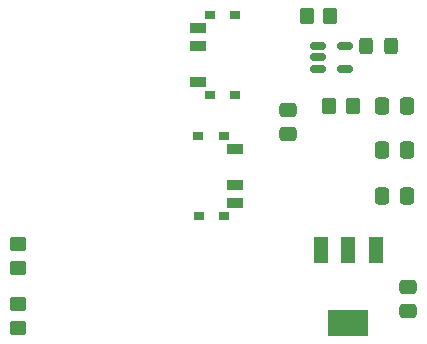
<source format=gbr>
%TF.GenerationSoftware,KiCad,Pcbnew,(7.0.0)*%
%TF.CreationDate,2024-04-03T23:31:09+02:00*%
%TF.ProjectId,p0wer EE3088,70307765-7220-4454-9533-3038382e6b69,rev?*%
%TF.SameCoordinates,Original*%
%TF.FileFunction,Paste,Top*%
%TF.FilePolarity,Positive*%
%FSLAX46Y46*%
G04 Gerber Fmt 4.6, Leading zero omitted, Abs format (unit mm)*
G04 Created by KiCad (PCBNEW (7.0.0)) date 2024-04-03 23:31:09*
%MOMM*%
%LPD*%
G01*
G04 APERTURE LIST*
G04 Aperture macros list*
%AMRoundRect*
0 Rectangle with rounded corners*
0 $1 Rounding radius*
0 $2 $3 $4 $5 $6 $7 $8 $9 X,Y pos of 4 corners*
0 Add a 4 corners polygon primitive as box body*
4,1,4,$2,$3,$4,$5,$6,$7,$8,$9,$2,$3,0*
0 Add four circle primitives for the rounded corners*
1,1,$1+$1,$2,$3*
1,1,$1+$1,$4,$5*
1,1,$1+$1,$6,$7*
1,1,$1+$1,$8,$9*
0 Add four rect primitives between the rounded corners*
20,1,$1+$1,$2,$3,$4,$5,0*
20,1,$1+$1,$4,$5,$6,$7,0*
20,1,$1+$1,$6,$7,$8,$9,0*
20,1,$1+$1,$8,$9,$2,$3,0*%
G04 Aperture macros list end*
%ADD10RoundRect,0.250000X-0.325000X-0.450000X0.325000X-0.450000X0.325000X0.450000X-0.325000X0.450000X0*%
%ADD11RoundRect,0.250000X0.450000X-0.350000X0.450000X0.350000X-0.450000X0.350000X-0.450000X-0.350000X0*%
%ADD12RoundRect,0.250000X0.350000X0.450000X-0.350000X0.450000X-0.350000X-0.450000X0.350000X-0.450000X0*%
%ADD13RoundRect,0.250000X-0.350000X-0.450000X0.350000X-0.450000X0.350000X0.450000X-0.350000X0.450000X0*%
%ADD14RoundRect,0.250000X-0.337500X-0.475000X0.337500X-0.475000X0.337500X0.475000X-0.337500X0.475000X0*%
%ADD15RoundRect,0.250000X-0.475000X0.337500X-0.475000X-0.337500X0.475000X-0.337500X0.475000X0.337500X0*%
%ADD16RoundRect,0.150000X-0.512500X-0.150000X0.512500X-0.150000X0.512500X0.150000X-0.512500X0.150000X0*%
%ADD17R,3.500000X2.200000*%
%ADD18R,1.200000X2.200000*%
%ADD19R,0.850000X0.750000*%
%ADD20R,1.400000X0.900000*%
G04 APERTURE END LIST*
D10*
%TO.C,D1*%
X148835000Y-38100000D03*
X150885000Y-38100000D03*
%TD*%
D11*
%TO.C,R4*%
X119380000Y-61960000D03*
X119380000Y-59960000D03*
%TD*%
%TO.C,R3*%
X119380000Y-56880000D03*
X119380000Y-54880000D03*
%TD*%
D12*
%TO.C,R2*%
X147680000Y-43180000D03*
X145680000Y-43180000D03*
%TD*%
D13*
%TO.C,R1*%
X143780000Y-35560000D03*
X145780000Y-35560000D03*
%TD*%
D14*
%TO.C,C9*%
X150172500Y-43180000D03*
X152247500Y-43180000D03*
%TD*%
D15*
%TO.C,C8*%
X142240000Y-43492500D03*
X142240000Y-45567500D03*
%TD*%
D14*
%TO.C,C7*%
X150172500Y-46910000D03*
X152247500Y-46910000D03*
%TD*%
D15*
%TO.C,C2*%
X152400000Y-58447500D03*
X152400000Y-60522500D03*
%TD*%
D14*
%TO.C,C1*%
X150172500Y-50800000D03*
X152247500Y-50800000D03*
%TD*%
D16*
%TO.C,U3*%
X147055000Y-38100000D03*
X147055000Y-40000000D03*
X144780000Y-40000000D03*
X144780000Y-39050000D03*
X144780000Y-38100000D03*
%TD*%
D17*
%TO.C,U1*%
X147319999Y-61519999D03*
D18*
X145019999Y-55319999D03*
X147319999Y-55319999D03*
X149619999Y-55319999D03*
%TD*%
D19*
%TO.C,SW3*%
X137711999Y-35474999D03*
X135586999Y-35474999D03*
X137736999Y-42224999D03*
X135586999Y-42224999D03*
D20*
X134619999Y-36599999D03*
X134619999Y-38099999D03*
X134619999Y-41099999D03*
%TD*%
D19*
%TO.C,SW1*%
X134644999Y-52469999D03*
X136769999Y-52469999D03*
X134619999Y-45719999D03*
X136769999Y-45719999D03*
D20*
X137736999Y-51344999D03*
X137736999Y-49844999D03*
X137736999Y-46844999D03*
%TD*%
M02*

</source>
